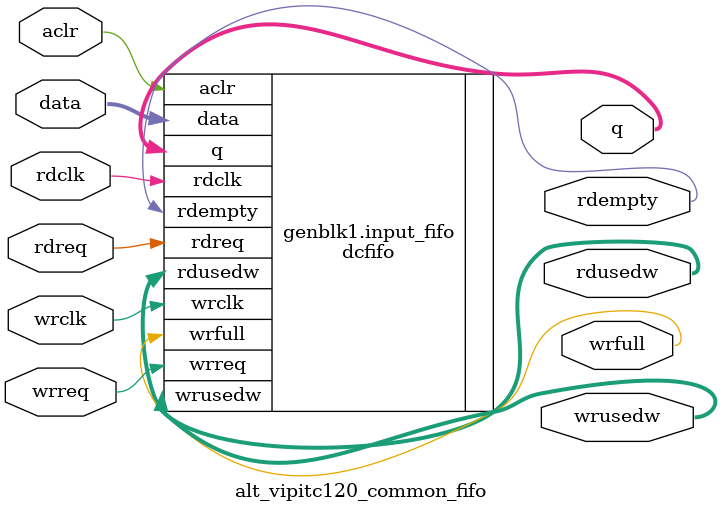
<source format=v>
module alt_vipitc120_common_fifo(
    wrclk,
    rdreq,
    aclr,
    rdclk,
    wrreq,
    data,
    rdusedw,
    rdempty,
    wrusedw,
    wrfull,
    q);

function integer alt_clogb2;
  input [31:0] value;
  integer i;
  begin
    alt_clogb2 = 32;
    for (i=31; i>0; i=i-1) begin
      if (2**i>=value)
        alt_clogb2 = i;
    end
  end
endfunction

parameter DATA_WIDTH = 20;
parameter FIFO_DEPTH = 1920;
parameter CLOCKS_ARE_SAME = 0;

parameter DATA_WIDTHU = alt_clogb2(FIFO_DEPTH);    

input wrclk;
input rdreq;
input aclr;
input rdclk;
input wrreq;
input [DATA_WIDTH-1:0] data;
output [DATA_WIDTHU-1:0] rdusedw;
output rdempty;
output [DATA_WIDTHU-1:0] wrusedw;
output wrfull;
output [DATA_WIDTH-1:0] q;

generate
    if(CLOCKS_ARE_SAME) begin
        assign rdusedw = wrusedw;
        
        scfifo input_fifo(
		    .rdreq(rdreq),
            .aclr(aclr),
			.clock(wrclk),
			.wrreq(wrreq),
			.data(data),
			.empty(rdempty),
			.full(wrfull),
            .usedw(wrusedw),
            .q(q));

        defparam
		    input_fifo.add_ram_output_register = "OFF",
            input_fifo.lpm_hint = "MAXIMIZE_SPEED=7,",      
            input_fifo.lpm_numwords = FIFO_DEPTH,
            input_fifo.lpm_showahead = "OFF",
            input_fifo.lpm_type = "scfifo",
            input_fifo.lpm_width = DATA_WIDTH,
            input_fifo.lpm_widthu = DATA_WIDTHU,
            input_fifo.overflow_checking = "OFF",
            input_fifo.underflow_checking = "OFF",
            input_fifo.use_eab = "ON";
    end else begin
        dcfifo input_fifo(
            .wrclk(wrclk),
            .rdreq(rdreq),
            .aclr(aclr),
            .rdclk(rdclk),
            .wrreq(wrreq),
            .data(data),
            .rdusedw(rdusedw),
            .rdempty(rdempty),
            .wrfull(wrfull),
            .wrusedw(wrusedw),
            .q(q));

        defparam
            input_fifo.lpm_hint = "MAXIMIZE_SPEED=7,",
            input_fifo.lpm_numwords = FIFO_DEPTH,
            input_fifo.lpm_showahead = "OFF",
            input_fifo.lpm_type = "dcfifo",
            input_fifo.lpm_width = DATA_WIDTH,
            input_fifo.lpm_widthu = DATA_WIDTHU,
            input_fifo.overflow_checking = "OFF",
            input_fifo.rdsync_delaypipe = 5,
            input_fifo.underflow_checking = "OFF",
            input_fifo.use_eab = "ON",
            input_fifo.wrsync_delaypipe = 5,
            input_fifo.write_aclr_synch = "ON";
    end
endgenerate

endmodule

</source>
